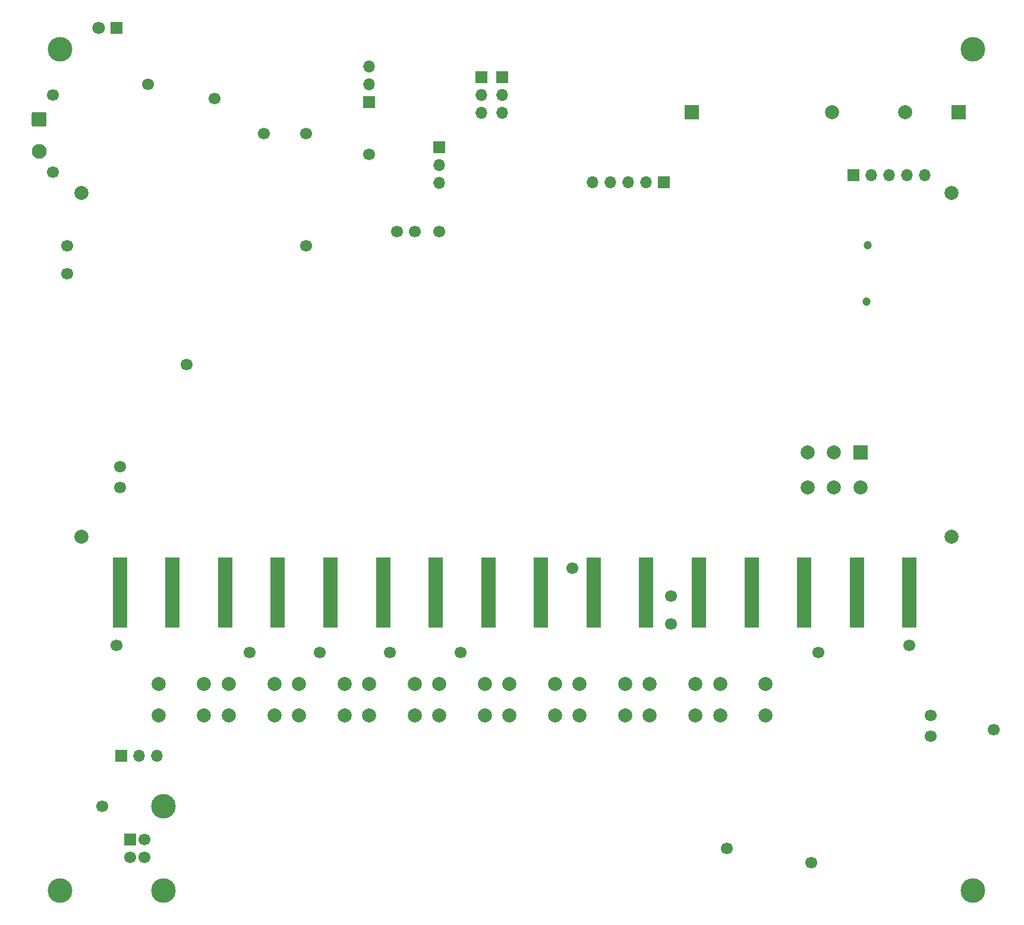
<source format=gbr>
%TF.GenerationSoftware,KiCad,Pcbnew,5.1.12-84ad8e8a86~92~ubuntu20.04.1*%
%TF.CreationDate,2022-04-17T17:37:32+03:00*%
%TF.ProjectId,rata,72617461-2e6b-4696-9361-645f70636258,rev?*%
%TF.SameCoordinates,Original*%
%TF.FileFunction,Soldermask,Bot*%
%TF.FilePolarity,Negative*%
%FSLAX46Y46*%
G04 Gerber Fmt 4.6, Leading zero omitted, Abs format (unit mm)*
G04 Created by KiCad (PCBNEW 5.1.12-84ad8e8a86~92~ubuntu20.04.1) date 2022-04-17 17:37:32*
%MOMM*%
%LPD*%
G01*
G04 APERTURE LIST*
%ADD10C,1.800000*%
%ADD11R,1.800000X1.800000*%
%ADD12C,1.200000*%
%ADD13C,2.000000*%
%ADD14R,2.000000X10.000000*%
%ADD15C,1.700000*%
%ADD16R,2.000000X2.000000*%
%ADD17O,1.700000X1.700000*%
%ADD18R,1.700000X1.700000*%
%ADD19C,2.100000*%
%ADD20C,3.500000*%
G04 APERTURE END LIST*
D10*
%TO.C,Q3*%
X10460000Y-2000000D03*
D11*
X13000000Y-2000000D03*
%TD*%
D12*
%TO.C,J6*%
X120000000Y-32950000D03*
X119900000Y-40950000D03*
%TD*%
D13*
%TO.C,U1*%
X8000000Y-25500000D03*
X8000000Y-74500000D03*
X132000000Y-25500000D03*
D14*
X13500000Y-82500000D03*
X21000000Y-82500000D03*
X28500000Y-82500000D03*
X36000000Y-82500000D03*
X43500000Y-82500000D03*
X51000000Y-82500000D03*
X58500000Y-82500000D03*
X66000000Y-82500000D03*
X73500000Y-82500000D03*
X81000000Y-82500000D03*
X88500000Y-82500000D03*
X96000000Y-82500000D03*
X103500000Y-82500000D03*
X111000000Y-82500000D03*
X118500000Y-82500000D03*
D13*
X132000000Y-74500000D03*
D14*
X126000000Y-82500000D03*
%TD*%
D15*
%TO.C,TP32*%
X49000000Y-20000000D03*
%TD*%
%TO.C,TP31*%
X40000000Y-33000000D03*
%TD*%
%TO.C,TP30*%
X53000000Y-31000000D03*
%TD*%
%TO.C,TP29*%
X13000000Y-90000000D03*
%TD*%
%TO.C,TP28*%
X126000000Y-90000000D03*
%TD*%
%TO.C,TP27*%
X42000000Y-91000000D03*
%TD*%
%TO.C,TP26*%
X32000000Y-91000000D03*
%TD*%
%TO.C,TP25*%
X62000000Y-91000000D03*
%TD*%
%TO.C,TP24*%
X52000000Y-91000000D03*
%TD*%
%TO.C,TP23*%
X59000000Y-31000000D03*
%TD*%
%TO.C,TP22*%
X55500000Y-31000000D03*
%TD*%
%TO.C,TP21*%
X78000000Y-79000000D03*
%TD*%
%TO.C,TP20*%
X92000000Y-83000000D03*
%TD*%
%TO.C,TP19*%
X92000000Y-87000000D03*
%TD*%
%TO.C,TP18*%
X11000000Y-113000000D03*
%TD*%
%TO.C,TP17*%
X27000000Y-12000000D03*
%TD*%
%TO.C,TP16*%
X34000000Y-17000000D03*
%TD*%
%TO.C,TP15*%
X40000000Y-17000000D03*
%TD*%
%TO.C,TP14*%
X4000000Y-11500000D03*
%TD*%
%TO.C,TP13*%
X4000000Y-22500000D03*
%TD*%
%TO.C,TP12*%
X17500000Y-10000000D03*
%TD*%
%TO.C,TP11*%
X113000000Y-91000000D03*
%TD*%
%TO.C,TP10*%
X112000000Y-121000000D03*
%TD*%
%TO.C,TP9*%
X100000000Y-119000000D03*
%TD*%
%TO.C,TP8*%
X6000000Y-37000000D03*
%TD*%
%TO.C,TP7*%
X6000000Y-33000000D03*
%TD*%
%TO.C,TP6*%
X23000000Y-50000000D03*
%TD*%
%TO.C,TP5*%
X13500000Y-67500000D03*
%TD*%
%TO.C,TP4*%
X13500000Y-64500000D03*
%TD*%
%TO.C,TP3*%
X129000000Y-100000000D03*
%TD*%
%TO.C,TP2*%
X138000000Y-102000000D03*
%TD*%
%TO.C,TP1*%
X129000000Y-103000000D03*
%TD*%
D13*
%TO.C,SW10*%
X111500000Y-62500000D03*
X115250000Y-62500000D03*
D16*
X119000000Y-62500000D03*
D13*
X111500000Y-67500000D03*
X115250000Y-67500000D03*
X119000000Y-67500000D03*
%TD*%
%TO.C,SW9*%
X25500000Y-100000000D03*
X25500000Y-95500000D03*
X19000000Y-100000000D03*
X19000000Y-95500000D03*
%TD*%
%TO.C,SW8*%
X35500000Y-100000000D03*
X35500000Y-95500000D03*
X29000000Y-100000000D03*
X29000000Y-95500000D03*
%TD*%
%TO.C,SW7*%
X45500000Y-100000000D03*
X45500000Y-95500000D03*
X39000000Y-100000000D03*
X39000000Y-95500000D03*
%TD*%
%TO.C,SW6*%
X55500000Y-100000000D03*
X55500000Y-95500000D03*
X49000000Y-100000000D03*
X49000000Y-95500000D03*
%TD*%
%TO.C,SW5*%
X65500000Y-100000000D03*
X65500000Y-95500000D03*
X59000000Y-100000000D03*
X59000000Y-95500000D03*
%TD*%
%TO.C,SW4*%
X75500000Y-100000000D03*
X75500000Y-95500000D03*
X69000000Y-100000000D03*
X69000000Y-95500000D03*
%TD*%
%TO.C,SW3*%
X85500000Y-100000000D03*
X85500000Y-95500000D03*
X79000000Y-100000000D03*
X79000000Y-95500000D03*
%TD*%
%TO.C,SW2*%
X95500000Y-100000000D03*
X95500000Y-95500000D03*
X89000000Y-100000000D03*
X89000000Y-95500000D03*
%TD*%
%TO.C,SW1*%
X105500000Y-100000000D03*
X105500000Y-95500000D03*
X99000000Y-100000000D03*
X99000000Y-95500000D03*
%TD*%
D17*
%TO.C,J10*%
X65000000Y-14080000D03*
X65000000Y-11540000D03*
D18*
X65000000Y-9000000D03*
%TD*%
D17*
%TO.C,J9*%
X68000000Y-14080000D03*
X68000000Y-11540000D03*
D18*
X68000000Y-9000000D03*
%TD*%
D17*
%TO.C,J8*%
X18780000Y-105800000D03*
X16240000Y-105800000D03*
D18*
X13700000Y-105800000D03*
%TD*%
D17*
%TO.C,J7*%
X49000000Y-7460000D03*
X49000000Y-10000000D03*
D18*
X49000000Y-12540000D03*
%TD*%
D17*
%TO.C,J5*%
X128160000Y-23000000D03*
X125620000Y-23000000D03*
X123080000Y-23000000D03*
X120540000Y-23000000D03*
D18*
X118000000Y-23000000D03*
%TD*%
D17*
%TO.C,J4*%
X59000000Y-24080000D03*
X59000000Y-21540000D03*
D18*
X59000000Y-19000000D03*
%TD*%
D17*
%TO.C,J3*%
X80840000Y-24000000D03*
X83380000Y-24000000D03*
X85920000Y-24000000D03*
X88460000Y-24000000D03*
D18*
X91000000Y-24000000D03*
%TD*%
D19*
%TO.C,J2*%
X2000000Y-19600000D03*
G36*
G01*
X1199999Y-13950000D02*
X2800001Y-13950000D01*
G75*
G02*
X3050000Y-14199999I0J-249999D01*
G01*
X3050000Y-15800001D01*
G75*
G02*
X2800001Y-16050000I-249999J0D01*
G01*
X1199999Y-16050000D01*
G75*
G02*
X950000Y-15800001I0J249999D01*
G01*
X950000Y-14199999D01*
G75*
G02*
X1199999Y-13950000I249999J0D01*
G01*
G37*
%TD*%
D20*
%TO.C,J1*%
X19710000Y-125000000D03*
X19710000Y-112960000D03*
D15*
X17000000Y-117730000D03*
X17000000Y-120230000D03*
X15000000Y-120230000D03*
D18*
X15000000Y-117730000D03*
%TD*%
D20*
%TO.C,H4*%
X135000000Y-5000000D03*
%TD*%
%TO.C,H3*%
X135000000Y-125000000D03*
%TD*%
%TO.C,H2*%
X5000000Y-5000000D03*
%TD*%
%TO.C,H1*%
X5000000Y-125000000D03*
%TD*%
D13*
%TO.C,BZ1*%
X125400000Y-14000000D03*
D16*
X133000000Y-14000000D03*
%TD*%
%TO.C,BT1*%
X95000000Y-14000000D03*
D13*
X115000000Y-14000000D03*
%TD*%
M02*

</source>
